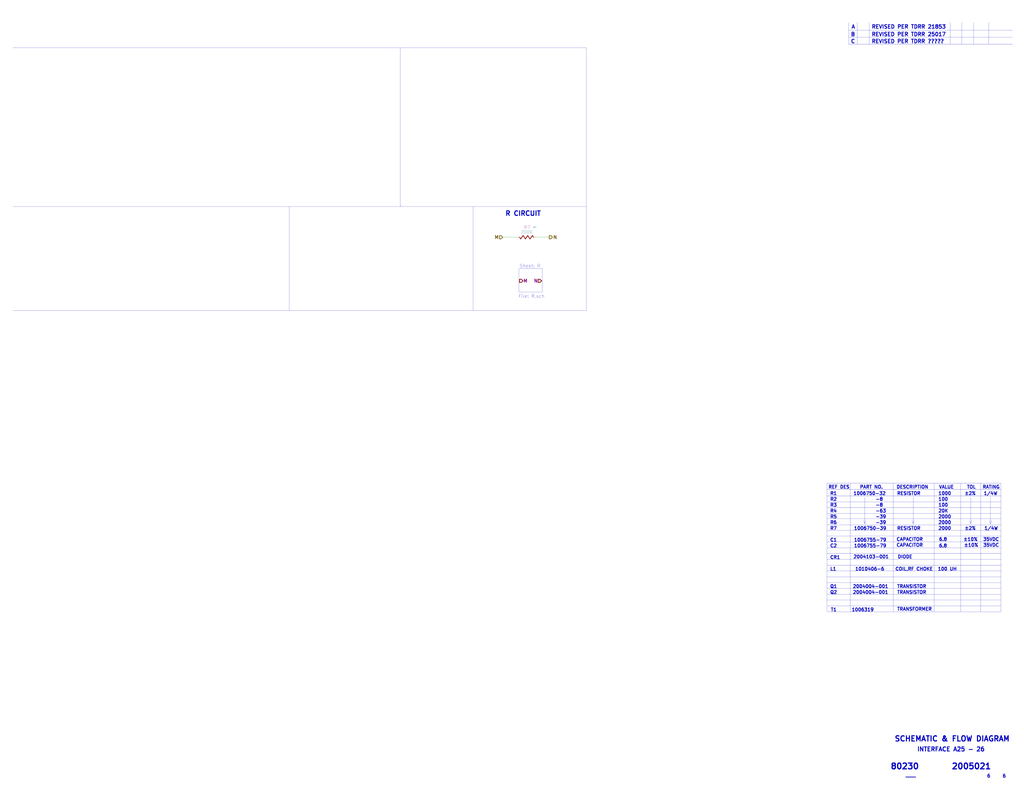
<source format=kicad_sch>
(kicad_sch (version 20211123) (generator eeschema)
  (paper "E")
  (lib_symbols
    (symbol "AGC_DSKY:HierBody" (pin_numbers hide) (pin_names (offset 0) hide)
      (symbol "HierBody_0_1"
        (polyline (pts (xy 1.905 0) (xy -0.127 -1.778) (xy -1.905 -1.778) (xy -1.905 1.778) (xy -0.127 1.778) (xy 1.905 0)) (stroke (width 0.762)))
      )
    )
    (symbol "AGC_DSKY:Resistor" (pin_numbers hide) (pin_names (offset 0) hide)
      (property "Reference" "R" (at -0.635 -4.445 0))
      (symbol "Resistor_0_1"
        (polyline (pts (xy -7.62 0) (xy -6.35 -1.905) (xy -3.81 1.905) (xy -1.27 -1.905) (xy 1.27 1.905) (xy 3.81 -1.905) (xy 6.35 1.905) (xy 7.62 0)) (stroke (width 0.762)))
      )
      (symbol "Resistor_1_1"
        (pin passive line (at -10.16 0 0) (length 2.54) (name "1") (number "1"))
        (pin passive line (at 10.16 0 180) (length 2.54) (name "2") (number "2"))
      )
    )
  )
  (polyline (pts (xy 315.595 225.425) (xy 315.595 339.09)) (stroke (width 0) (type solid)))
  (polyline (pts (xy 902.589 585.4954) (xy 1092.454 585.4954)) (stroke (width 0) (type solid)))
  (polyline (pts (xy 1092.454 636.2954) (xy 902.589 636.2954)) (stroke (width 0) (type solid)))
  (polyline (pts (xy 1059.434 572.1604) (xy 1058.164 568.3504)) (stroke (width 0) (type solid)))
  (polyline (pts (xy 1070.229 527.7104) (xy 1070.229 668.0454)) (stroke (width 0) (type solid)))
  (polyline (pts (xy 1081.024 572.1604) (xy 1079.754 568.3504)) (stroke (width 0) (type solid)))
  (polyline (pts (xy 436.88 224.79) (xy 437.515 224.79)))
  (polyline (pts (xy 926.1094 48.26) (xy 926.1094 24.765)) (stroke (width 0.1524) (type solid)))
  (polyline (pts (xy 1092.454 560.7304) (xy 902.589 560.7304)) (stroke (width 0) (type solid)))
  (polyline (pts (xy 1082.294 568.3504) (xy 1081.024 572.1604)) (stroke (width 0) (type solid)))
  (polyline (pts (xy 1078.992 48.2346) (xy 1078.992 24.7396)) (stroke (width 0.1524) (type solid)))
  (polyline (pts (xy 1048.639 527.7104) (xy 1048.639 668.0454)) (stroke (width 0) (type solid)))
  (polyline (pts (xy 902.589 604.5454) (xy 1092.454 604.5454)) (stroke (width 0) (type solid)))
  (polyline (pts (xy 902.589 573.4304) (xy 1092.454 573.4304)) (stroke (width 0) (type solid)))
  (polyline (pts (xy 1092.454 527.7104) (xy 1092.454 668.0454)) (stroke (width 0) (type solid)))
  (polyline (pts (xy 902.589 554.3804) (xy 1092.454 554.3804)) (stroke (width 0) (type solid)))
  (polyline (pts (xy 1104.9 40.64) (xy 926.1094 40.64)) (stroke (width 0.1524) (type solid)))
  (polyline (pts (xy 1092.454 548.0304) (xy 902.589 548.0304)) (stroke (width 0) (type solid)))
  (polyline (pts (xy 902.589 642.6454) (xy 1092.454 642.6454)) (stroke (width 0) (type solid)))
  (polyline (pts (xy 902.589 579.1454) (xy 1092.454 579.1454)) (stroke (width 0) (type solid)))
  (polyline (pts (xy 902.589 655.3454) (xy 1092.454 655.3454)) (stroke (width 0) (type solid)))
  (polyline (pts (xy 437.515 224.79) (xy 437.515 225.425)))
  (polyline (pts (xy 997.839 568.3504) (xy 996.569 572.1604)) (stroke (width 0) (type solid)))
  (polyline (pts (xy 566.42 293.37) (xy 566.42 318.77)) (stroke (width 0) (type solid)))
  (polyline (pts (xy 591.82 318.77) (xy 591.82 293.37)) (stroke (width 0) (type solid)))
  (polyline (pts (xy 1104.9 33.02) (xy 926.1094 33.02)) (stroke (width 0.1524) (type solid)))
  (polyline (pts (xy 436.88 52.07) (xy 436.88 224.79)) (stroke (width 0) (type solid)))
  (polyline (pts (xy 640.08 52.07) (xy 640.08 339.09)) (stroke (width 0) (type solid)))
  (polyline (pts (xy 902.589 527.7104) (xy 1092.454 527.7104)) (stroke (width 0) (type solid)))
  (wire (pts (xy 564.515 259.08) (xy 548.64 259.08)))
  (polyline (pts (xy 902.589 527.7104) (xy 902.589 668.0454)) (stroke (width 0) (type solid)))
  (polyline (pts (xy 943.864 572.1604) (xy 942.594 568.3504)) (stroke (width 0) (type solid)))
  (polyline (pts (xy 1049.8074 48.2346) (xy 1049.8074 24.7396)) (stroke (width 0.1524) (type solid)))
  (polyline (pts (xy 902.589 541.6804) (xy 1092.454 541.6804)) (stroke (width 0) (type solid)))
  (polyline (pts (xy 591.82 293.37) (xy 566.42 293.37)) (stroke (width 0) (type solid)))
  (polyline (pts (xy 948.69 48.2346) (xy 948.69 24.7396)) (stroke (width 0.1524) (type solid)))
  (polyline (pts (xy 13.97 225.425) (xy 640.08 225.425)) (stroke (width 0) (type solid)))
  (polyline (pts (xy 1037.1074 48.2346) (xy 1037.1074 24.7396)) (stroke (width 0.1524) (type solid)))
  (polyline (pts (xy 1092.454 598.1954) (xy 902.589 598.1954)) (stroke (width 0) (type solid)))
  (polyline (pts (xy 13.97 52.07) (xy 640.08 52.07)) (stroke (width 0) (type solid)))
  (polyline (pts (xy 996.569 542.9504) (xy 996.569 572.1604)) (stroke (width 0) (type solid)))
  (polyline (pts (xy 945.134 568.3504) (xy 943.864 572.1604)) (stroke (width 0) (type solid)))
  (polyline (pts (xy 902.589 668.0454) (xy 1092.454 668.0454)) (stroke (width 0) (type solid)))
  (polyline (pts (xy 566.42 318.77) (xy 591.82 318.77)) (stroke (width 0) (type solid)))
  (polyline (pts (xy 902.589 591.8454) (xy 1092.454 591.8454)) (stroke (width 0) (type solid)))
  (polyline (pts (xy 902.589 629.9454) (xy 1092.454 629.9454)) (stroke (width 0) (type solid)))
  (polyline (pts (xy 935.7106 48.26) (xy 935.7106 24.765)) (stroke (width 0.1524) (type solid)))
  (polyline (pts (xy 1062.5074 48.2346) (xy 1062.5074 24.7396)) (stroke (width 0.1524) (type solid)))
  (wire (pts (xy 599.44 259.08) (xy 584.835 259.08)))
  (polyline (pts (xy 1104.9 48.26) (xy 926.084 48.26)) (stroke (width 0.1524) (type solid)))
  (polyline (pts (xy 13.97 339.09) (xy 640.08 339.09)) (stroke (width 0) (type solid)))
  (polyline (pts (xy 1092.454 610.8954) (xy 902.589 610.8954)) (stroke (width 0) (type solid)))
  (polyline (pts (xy 1092.454 534.6954) (xy 902.589 534.6954)) (stroke (width 0) (type solid)))
  (polyline (pts (xy 974.979 527.7104) (xy 974.979 668.0454)) (stroke (width 0) (type solid)))
  (polyline (pts (xy 996.569 572.1604) (xy 995.299 568.3504)) (stroke (width 0) (type solid)))
  (polyline (pts (xy 1092.454 661.6954) (xy 902.589 661.6954)) (stroke (width 0) (type solid)))
  (polyline (pts (xy 1092.454 623.5954) (xy 902.589 623.5954)) (stroke (width 0) (type solid)))
  (polyline (pts (xy 1059.434 542.9504) (xy 1059.434 572.1604)) (stroke (width 0) (type solid)))
  (polyline (pts (xy 943.864 542.9504) (xy 943.864 572.1604)) (stroke (width 0) (type solid)))
  (polyline (pts (xy 1019.429 527.7104) (xy 1019.429 668.0454)) (stroke (width 0) (type solid)))
  (polyline (pts (xy 1060.704 568.3504) (xy 1059.434 572.1604)) (stroke (width 0) (type solid)))
  (polyline (pts (xy 516.255 225.425) (xy 516.255 339.09)) (stroke (width 0) (type solid)))
  (polyline (pts (xy 1081.024 542.9504) (xy 1081.024 572.1604)) (stroke (width 0) (type solid)))
  (polyline (pts (xy 927.989 527.7104) (xy 927.989 668.0454)) (stroke (width 0) (type solid)))
  (polyline (pts (xy 1092.454 648.9954) (xy 902.589 648.9954)) (stroke (width 0) (type solid)))
  (polyline (pts (xy 902.589 617.2454) (xy 1092.454 617.2454)) (stroke (width 0) (type solid)))
  (polyline (pts (xy 902.589 566.4454) (xy 1092.454 566.4454)) (stroke (width 0) (type solid)))
  (text "-63" (at 955.294 560.0954 0) (effects (font (size 3.556 3.556) (thickness 0.7112) bold) (justify left bottom)))
  (text "1006755-79" (at 931.799 598.1954 0) (effects (font (size 3.556 3.556) (thickness 0.7112) bold) (justify left bottom)))
  (text "DESCRIPTION" (at 978.154 534.0604 0) (effects (font (size 3.556 3.556) (thickness 0.7112) bold) (justify left bottom)))
  (text "1/4W" (at 1073.404 541.0454 0) (effects (font (size 3.556 3.556) (thickness 0.7112) bold) (justify left bottom)))
  (text "File: R.sch" (at 594.36 325.755 180) (effects (font (size 3.556 3.556)) (justify right bottom)))
  (text "R5" (at 905.764 566.4454 0) (effects (font (size 3.556 3.556) (thickness 0.7112) bold) (justify left bottom)))
  (text "R2" (at 905.764 547.3954 0) (effects (font (size 3.556 3.556) (thickness 0.7112) bold) (justify left bottom)))
  (text "±10%" (at 1051.814 597.5604 0) (effects (font (size 3.556 3.556) (thickness 0.7112) bold) (justify left bottom)))
  (text "R7" (at 905.764 579.1454 0) (effects (font (size 3.556 3.556) (thickness 0.7112) bold) (justify left bottom)))
  (text "2004004-001" (at 930.529 642.6454 0) (effects (font (size 3.556 3.556) (thickness 0.7112) bold) (justify left bottom)))
  (text "20K" (at 1023.874 560.0954 0) (effects (font (size 3.556 3.556) (thickness 0.7112) bold) (justify left bottom)))
  (text "1006319" (at 929.259 668.0454 0) (effects (font (size 3.556 3.556) (thickness 0.7112) bold) (justify left bottom)))
  (text "RESISTOR" (at 978.789 541.0454 0) (effects (font (size 3.556 3.556) (thickness 0.7112) bold) (justify left bottom)))
  (text "A      REVISED PER TDRR 21853" (at 929.005 31.75 0) (effects (font (size 4.064 4.064) (thickness 0.8128) bold) (justify left bottom)))
  (text "Q2" (at 905.764 648.9954 0) (effects (font (size 3.556 3.556) (thickness 0.7112) bold) (justify left bottom)))
  (text "R6" (at 905.764 572.7954 0) (effects (font (size 3.556 3.556) (thickness 0.7112) bold) (justify left bottom)))
  (text "35VDC" (at 1072.769 591.2104 0) (effects (font (size 3.556 3.556) (thickness 0.7112) bold) (justify left bottom)))
  (text "6.8" (at 1024.509 598.1954 0) (effects (font (size 3.556 3.556) (thickness 0.7112) bold) (justify left bottom)))
  (text "C2" (at 905.764 598.1954 0) (effects (font (size 3.556 3.556) (thickness 0.7112) bold) (justify left bottom)))
  (text "DIODE" (at 979.424 610.2604 0) (effects (font (size 3.556 3.556) (thickness 0.7112) bold) (justify left bottom)))
  (text "TOL" (at 1054.989 534.0604 0) (effects (font (size 3.556 3.556) (thickness 0.7112) bold) (justify left bottom)))
  (text "SCHEMATIC & FLOW DIAGRAM" (at 975.995 810.26 0) (effects (font (size 5.715 5.715) (thickness 1.143) bold) (justify left bottom)))
  (text "TRANSFORMER" (at 978.789 667.4104 0) (effects (font (size 3.556 3.556) (thickness 0.7112) bold) (justify left bottom)))
  (text "6     6" (at 1076.96 849.63 0) (effects (font (size 3.556 3.556) (thickness 0.7112) bold) (justify left bottom)))
  (text "B      REVISED PER TDRR 25017" (at 928.37 40.005 0) (effects (font (size 4.064 4.064) (thickness 0.8128) bold) (justify left bottom)))
  (text "C      REVISED PER TDRR ?????" (at 928.37 47.625 0) (effects (font (size 4.064 4.064) (thickness 0.8128) bold) (justify left bottom)))
  (text "____" (at 988.06 848.995 0) (effects (font (size 3.556 3.556) (thickness 0.7112) bold) (justify left bottom)))
  (text "2005021" (at 1038.225 840.74 0) (effects (font (size 6.35 6.35) (thickness 1.27) bold) (justify left bottom)))
  (text "PART NO." (at 938.149 534.0604 0) (effects (font (size 3.556 3.556) (thickness 0.7112) bold) (justify left bottom)))
  (text "C1" (at 905.764 591.8454 0) (effects (font (size 3.556 3.556) (thickness 0.7112) bold) (justify left bottom)))
  (text "2000" (at 1023.874 566.4454 0) (effects (font (size 3.556 3.556) (thickness 0.7112) bold) (justify left bottom)))
  (text "CR1" (at 905.764 610.8954 0) (effects (font (size 3.556 3.556) (thickness 0.7112) bold) (justify left bottom)))
  (text "±2%" (at 1052.449 541.0454 0) (effects (font (size 3.556 3.556) (thickness 0.7112) bold) (justify left bottom)))
  (text "Sheet: R" (at 589.915 292.735 180) (effects (font (size 3.556 3.556)) (justify right bottom)))
  (text "T1" (at 906.399 668.0454 0) (effects (font (size 3.556 3.556) (thickness 0.7112) bold) (justify left bottom)))
  (text "CAPACITOR" (at 978.154 597.5604 0) (effects (font (size 3.556 3.556) (thickness 0.7112) bold) (justify left bottom)))
  (text "100" (at 1023.874 553.7454 0) (effects (font (size 3.556 3.556) (thickness 0.7112) bold) (justify left bottom)))
  (text "L1" (at 905.764 623.5954 0) (effects (font (size 3.556 3.556) (thickness 0.7112) bold) (justify left bottom)))
  (text "2000" (at 1023.874 572.7954 0) (effects (font (size 3.556 3.556) (thickness 0.7112) bold) (justify left bottom)))
  (text "R3" (at 905.764 553.7454 0) (effects (font (size 3.556 3.556) (thickness 0.7112) bold) (justify left bottom)))
  (text "±10%" (at 1051.179 591.2104 0) (effects (font (size 3.556 3.556) (thickness 0.7112) bold) (justify left bottom)))
  (text "±2%" (at 1052.449 579.1454 0) (effects (font (size 3.556 3.556) (thickness 0.7112) bold) (justify left bottom)))
  (text "2004103-001" (at 931.164 610.2604 0) (effects (font (size 3.556 3.556) (thickness 0.7112) bold) (justify left bottom)))
  (text "80230" (at 971.55 840.74 0) (effects (font (size 6.35 6.35) (thickness 1.27) bold) (justify left bottom)))
  (text "100 UH" (at 1023.239 623.5954 0) (effects (font (size 3.556 3.556) (thickness 0.7112) bold) (justify left bottom)))
  (text "CAPACITOR" (at 978.154 591.2104 0) (effects (font (size 3.556 3.556) (thickness 0.7112) bold) (justify left bottom)))
  (text "100" (at 1023.874 547.3954 0) (effects (font (size 3.556 3.556) (thickness 0.7112) bold) (justify left bottom)))
  (text "Q1" (at 905.764 642.6454 0) (effects (font (size 3.556 3.556) (thickness 0.7112) bold) (justify left bottom)))
  (text "REF DES" (at 903.859 534.0604 0) (effects (font (size 3.556 3.556) (thickness 0.7112) bold) (justify left bottom)))
  (text "-8" (at 955.294 547.3954 0) (effects (font (size 3.556 3.556) (thickness 0.7112) bold) (justify left bottom)))
  (text "2000" (at 1023.874 579.1454 0) (effects (font (size 3.556 3.556) (thickness 0.7112) bold) (justify left bottom)))
  (text "-8" (at 955.294 553.7454 0) (effects (font (size 3.556 3.556) (thickness 0.7112) bold) (justify left bottom)))
  (text "RESISTOR" (at 978.789 579.1454 0) (effects (font (size 3.556 3.556) (thickness 0.7112) bold) (justify left bottom)))
  (text "6.8" (at 1024.509 591.2104 0) (effects (font (size 3.556 3.556) (thickness 0.7112) bold) (justify left bottom)))
  (text "INTERFACE A25 - 26" (at 1000.76 821.055 0) (effects (font (size 4.572 4.572) (thickness 0.9144) bold) (justify left bottom)))
  (text "1000" (at 1023.874 541.0454 0) (effects (font (size 3.556 3.556) (thickness 0.7112) bold) (justify left bottom)))
  (text "1/4W" (at 1074.039 579.1454 0) (effects (font (size 3.556 3.556) (thickness 0.7112) bold) (justify left bottom)))
  (text "-39" (at 955.294 566.4454 0) (effects (font (size 3.556 3.556) (thickness 0.7112) bold) (justify left bottom)))
  (text "1006755-79" (at 931.799 591.8454 0) (effects (font (size 3.556 3.556) (thickness 0.7112) bold) (justify left bottom)))
  (text "-39" (at 955.294 572.7954 0) (effects (font (size 3.556 3.556) (thickness 0.7112) bold) (justify left bottom)))
  (text "COIL,RF CHOKE" (at 976.884 623.5954 0) (effects (font (size 3.556 3.556) (thickness 0.7112) bold) (justify left bottom)))
  (text "1006750-39" (at 931.799 579.1454 0) (effects (font (size 3.556 3.556) (thickness 0.7112) bold) (justify left bottom)))
  (text "1010406-6" (at 933.069 623.5954 0) (effects (font (size 3.556 3.556) (thickness 0.7112) bold) (justify left bottom)))
  (text "R1" (at 905.764 541.0454 0) (effects (font (size 3.556 3.556) (thickness 0.7112) bold) (justify left bottom)))
  (text "TRANSISTOR" (at 978.789 648.9954 0) (effects (font (size 3.556 3.556) (thickness 0.7112) bold) (justify left bottom)))
  (text "2004004-001" (at 930.529 648.9954 0) (effects (font (size 3.556 3.556) (thickness 0.7112) bold) (justify left bottom)))
  (text "TRANSISTOR" (at 978.789 642.6454 0) (effects (font (size 3.556 3.556) (thickness 0.7112) bold) (justify left bottom)))
  (text "1006750-32" (at 931.164 541.0454 0) (effects (font (size 3.556 3.556) (thickness 0.7112) bold) (justify left bottom)))
  (text "R4" (at 905.764 560.0954 0) (effects (font (size 3.556 3.556) (thickness 0.7112) bold) (justify left bottom)))
  (text "RATING" (at 1072.134 534.0604 0) (effects (font (size 3.556 3.556) (thickness 0.7112) bold) (justify left bottom)))
  (text "R CIRCUIT" (at 551.18 236.22 0) (effects (font (size 5.08 5.08) (thickness 1.016) bold) (justify left bottom)))
  (text "35VDC" (at 1072.769 597.5604 0) (effects (font (size 3.556 3.556) (thickness 0.7112) bold) (justify left bottom)))
  (text "VALUE" (at 1024.509 534.0604 0) (effects (font (size 3.556 3.556) (thickness 0.7112) bold) (justify left bottom)))
  (hierarchical_label "N" (shape output) (at 599.44 259.08 0) (effects (font (size 3.556 3.556) (thickness 0.7112) bold)))
  (hierarchical_label "M" (shape input) (at 548.64 259.08 180) (effects (font (size 3.556 3.556) (thickness 0.7112) bold)))
  (symbol (lib_id "AGC_DSKY:Resistor") (at 574.675 259.08 0)
    (property "Reference" "1R7" (at 583.565 248.285 0))
    (property "Value" "2000" (at 574.675 253.365 0) (effects (font (size 3.302 3.302))))
    (property "baseRefd" "R7" (at 575.31 248.285 0) (effects (font (size 3.556 3.556))))
  )
  (symbol (lib_id "AGC_DSKY:HierBody") (at 568.96 306.705 0)
    (property "Reference" "N401" (effects hide))
    (property "Value" "HierBody" (effects hide))
    (property "Caption2" "M" (at 573.405 306.705 0) (effects (font (size 3.556 3.556) bold)))
  )
  (symbol (lib_id "AGC_DSKY:HierBody") (at 589.28 306.705 0)
    (property "Reference" "N402" (effects hide))
    (property "Value" "HierBody" (effects hide))
    (property "Caption2" "N" (at 584.835 306.705 0) (effects (font (size 3.556 3.556) bold)))
  )
)
</source>
